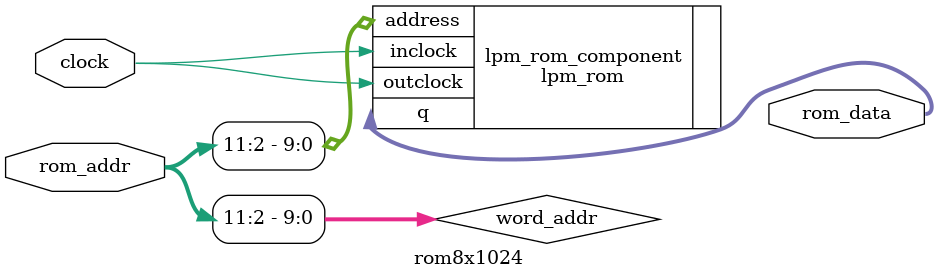
<source format=v>
/*******************/
/* rom8x1024_DE2.v */
/*******************/

//                  +----+
//  rom_addr[11:0]->|    |->rom_data[31:0]
//                  +----+

//
// ROMの記述（DE2ボード, quartus, 動作実験用）
//

module rom8x1024 (clock, rom_addr, rom_data);
   // Inputs
   input          clock;
   input   [11:0] rom_addr;      // 12-bit address

   // Outputs
   output [31:0]  rom_data;      // 32-bit data

   // Wire
   wire    [9:0]  word_addr;     // 10-bit address, word

  assign word_addr = rom_addr[11:2];

   lpm_rom lpm_rom_component (
			      .address(word_addr),
			      .inclock(clock),
			      .outclock(clock),
			      .q(rom_data));
   defparam lpm_rom_component.LPM_WIDTH   = 32,   // 32-bit data
	    lpm_rom_component.LPM_WIDTHAD = 10,   // 10-bit address
	    lpm_rom_component.LPM_ADDRESS_CONTROL = "REGISTERED",
	    lpm_rom_component.LPM_OUTDATA = "REGISTERED",
	    lpm_rom_component.LPM_FILE    = "rom8x1024.mif";
       
endmodule

</source>
